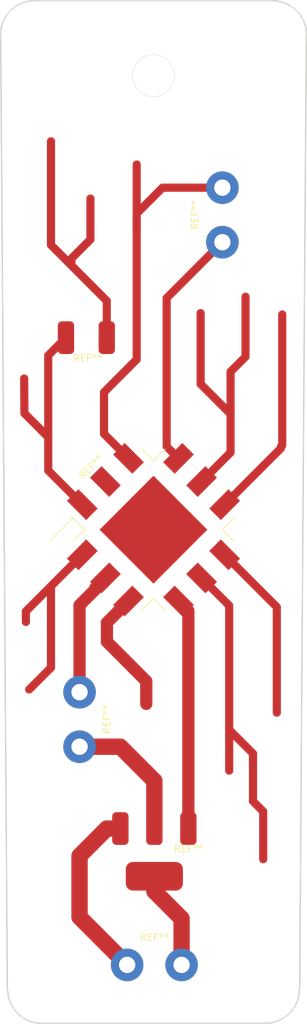
<source format=kicad_pcb>
(kicad_pcb (version 20171130) (host pcbnew 5.1.4+dfsg1-1)

  (general
    (thickness 0.4)
    (drawings 41)
    (tracks 76)
    (zones 0)
    (modules 6)
    (nets 1)
  )

  (page A4)
  (layers
    (0 F.Cu signal)
    (31 B.Cu signal)
    (33 F.Adhes user)
    (35 F.Paste user)
    (37 F.SilkS user)
    (39 F.Mask user)
    (40 Dwgs.User user)
    (41 Cmts.User user)
    (42 Eco1.User user)
    (43 Eco2.User user)
    (44 Edge.Cuts user)
    (45 Margin user)
    (46 B.CrtYd user)
    (47 F.CrtYd user)
    (49 F.Fab user)
  )

  (setup
    (last_trace_width 1.2)
    (user_trace_width 1.2)
    (user_trace_width 1.8)
    (user_trace_width 2.4)
    (trace_clearance 2.4)
    (zone_clearance 0.508)
    (zone_45_only no)
    (trace_min 0.8)
    (via_size 0.8)
    (via_drill 0.3)
    (via_min_size 0.4)
    (via_min_drill 0.3)
    (uvia_size 0.4)
    (uvia_drill 0.3)
    (uvias_allowed no)
    (uvia_min_size 0.4)
    (uvia_min_drill 0.3)
    (edge_width 0.05)
    (segment_width 0.2)
    (pcb_text_width 0.3)
    (pcb_text_size 1.5 1.5)
    (mod_edge_width 0.12)
    (mod_text_size 1 1)
    (mod_text_width 0.15)
    (pad_size 1.524 1.524)
    (pad_drill 0.762)
    (pad_to_mask_clearance 0.051)
    (solder_mask_min_width 0.25)
    (aux_axis_origin 0 0)
    (visible_elements FFFFFF7F)
    (pcbplotparams
      (layerselection 0x010fc_ffffffff)
      (usegerberextensions false)
      (usegerberattributes false)
      (usegerberadvancedattributes false)
      (creategerberjobfile false)
      (excludeedgelayer true)
      (linewidth 0.100000)
      (plotframeref false)
      (viasonmask false)
      (mode 1)
      (useauxorigin false)
      (hpglpennumber 1)
      (hpglpenspeed 20)
      (hpglpendiameter 15.000000)
      (psnegative false)
      (psa4output false)
      (plotreference true)
      (plotvalue true)
      (plotinvisibletext false)
      (padsonsilk false)
      (subtractmaskfromsilk false)
      (outputformat 1)
      (mirror false)
      (drillshape 1)
      (scaleselection 1)
      (outputdirectory ""))
  )

  (net 0 "")

  (net_class Default "This is the default net class."
    (clearance 2.4)
    (trace_width 1.2)
    (via_dia 0.8)
    (via_drill 0.3)
    (uvia_dia 0.4)
    (uvia_drill 0.3)
    (diff_pair_width 1.2)
    (diff_pair_gap 1.2)
  )

  (net_class medium ""
    (clearance 2.4)
    (trace_width 2)
    (via_dia 1)
    (via_drill 0.6)
    (uvia_dia 0.4)
    (uvia_drill 0.3)
    (diff_pair_width 1.2)
    (diff_pair_gap 1.2)
  )

  (net_class narrow ""
    (clearance 2.4)
    (trace_width 1.2)
    (via_dia 0.8)
    (via_drill 0.6)
    (uvia_dia 0.4)
    (uvia_drill 0.3)
    (diff_pair_width 1.2)
    (diff_pair_gap 1.2)
  )

  (net_class wide ""
    (clearance 3.6)
    (trace_width 2.4)
    (via_dia 1.2)
    (via_drill 0.6)
    (uvia_dia 0.4)
    (uvia_drill 0.3)
    (diff_pair_width 1.2)
    (diff_pair_gap 1.2)
  )

  (module p (layer F.Cu) (tedit 5E52E94B) (tstamp 5E536CAA)
    (at 36 155)
    (fp_text reference REF** (at 0 -4) (layer F.SilkS)
      (effects (font (size 1 1) (thickness 0.15)))
    )
    (fp_text value p (at 0 -4) (layer F.Fab)
      (effects (font (size 1 1) (thickness 0.15)))
    )
    (pad 1 thru_hole circle (at -4 0) (size 4.8 4.8) (drill 2.4) (layers *.Cu *.Mask))
    (pad 2 thru_hole circle (at 4 0) (size 4.8 4.8) (drill 2.4) (layers *.Cu *.Mask))
  )

  (module p (layer F.Cu) (tedit 5E52E94B) (tstamp 5E536CA4)
    (at 25 119 270)
    (fp_text reference REF** (at 0 -4 90) (layer F.SilkS)
      (effects (font (size 1 1) (thickness 0.15)))
    )
    (fp_text value p (at 0 -4 90) (layer F.Fab)
      (effects (font (size 1 1) (thickness 0.15)))
    )
    (pad 1 thru_hole circle (at -4 0 270) (size 4.8 4.8) (drill 2.4) (layers *.Cu *.Mask))
    (pad 2 thru_hole circle (at 4 0 270) (size 4.8 4.8) (drill 2.4) (layers *.Cu *.Mask))
  )

  (module p (layer F.Cu) (tedit 5E52E94B) (tstamp 5E536C9E)
    (at 46 45 90)
    (fp_text reference REF** (at 0 -4 90) (layer F.SilkS)
      (effects (font (size 1 1) (thickness 0.15)))
    )
    (fp_text value p (at 0 -4 90) (layer F.Fab)
      (effects (font (size 1 1) (thickness 0.15)))
    )
    (pad 1 thru_hole circle (at -4 0 90) (size 4.8 4.8) (drill 2.4) (layers *.Cu *.Mask))
    (pad 2 thru_hole circle (at 4 0 90) (size 4.8 4.8) (drill 2.4) (layers *.Cu *.Mask))
  )

  (module p (layer F.Cu) (tedit 5E52E645) (tstamp 5E5369FB)
    (at 36 137 180)
    (fp_text reference REF** (at -5 -1) (layer F.SilkS)
      (effects (font (size 1 1) (thickness 0.15)))
    )
    (fp_text value p (at 4 -1) (layer F.Fab)
      (effects (font (size 1 1) (thickness 0.15)))
    )
    (pad 1 smd roundrect (at -5 2 90) (size 4.8 2.4) (layers F.Cu F.Paste F.Mask) (roundrect_rratio 0.25))
    (pad 2 smd roundrect (at 0 2 90) (size 4.8 2.4) (layers F.Cu F.Paste F.Mask) (roundrect_rratio 0.25))
    (pad 3 smd roundrect (at 5 2 90) (size 4.8 2.4) (layers F.Cu F.Paste F.Mask) (roundrect_rratio 0.25))
    (pad 4 smd roundrect (at 0 -5 180) (size 8.4 4.2) (layers F.Cu F.Paste F.Mask) (roundrect_rratio 0.25))
  )

  (module p (layer F.Cu) (tedit 5E52E5A0) (tstamp 5E53691E)
    (at 26 63)
    (fp_text reference REF** (at 0.2 3) (layer F.SilkS)
      (effects (font (size 1 1) (thickness 0.15)))
    )
    (fp_text value p (at 0.2 -3) (layer F.Fab)
      (effects (font (size 1 1) (thickness 0.15)))
    )
    (pad 1 smd roundrect (at -3 0 270) (size 4.8 2.4) (layers F.Cu F.Paste F.Mask) (roundrect_rratio 0.25))
    (pad 2 smd roundrect (at 3 0 270) (size 4.8 2.4) (layers F.Cu F.Paste F.Mask) (roundrect_rratio 0.25))
  )

  (module QFP-12_14x14_Pitch4.8mm (layer F.Cu) (tedit 5E52E358) (tstamp 5E5361FC)
    (at 35.87 91.17 45)
    (attr smd)
    (fp_text reference REF** (at 0 -13 45) (layer F.SilkS)
      (effects (font (size 1 1) (thickness 0.15)))
    )
    (fp_text value QFP-12_14x14_Pitch4.8mm (at 0 13 45) (layer F.Fab)
      (effects (font (size 1 1) (thickness 0.15)))
    )
    (fp_poly (pts (xy -5.6 -5.6) (xy -5.6 -5.6) (xy -5.6 -5.6) (xy 5.6 -5.6)
      (xy 5.6 5.6) (xy -5.6 5.6)) (layer F.Cu) (width 0))
    (fp_line (start -13 13) (end -13 -13) (layer F.CrtYd) (width 0.05))
    (fp_line (start 13 13) (end -13 13) (layer F.CrtYd) (width 0.05))
    (fp_line (start 13 -13) (end 13 13) (layer F.CrtYd) (width 0.05))
    (fp_line (start -13 -13) (end 13 -13) (layer F.CrtYd) (width 0.05))
    (fp_line (start 7.15 7.15) (end 7.15 9.6) (layer F.SilkS) (width 0.12))
    (fp_line (start 9.6 7.15) (end 7.15 7.15) (layer F.SilkS) (width 0.12))
    (fp_line (start -7.15 7.15) (end -7.15 9.6) (layer F.SilkS) (width 0.12))
    (fp_line (start -9.6 7.15) (end -7.15 7.15) (layer F.SilkS) (width 0.12))
    (fp_line (start 7.15 -7.15) (end 7.15 -9.6) (layer F.SilkS) (width 0.12))
    (fp_line (start 9.6 -7.15) (end 7.15 -7.15) (layer F.SilkS) (width 0.12))
    (fp_line (start -7.15 -9.6) (end -12 -9.6) (layer F.SilkS) (width 0.12))
    (fp_line (start -7.15 -7.15) (end -7.15 -9.6) (layer F.SilkS) (width 0.12))
    (fp_line (start -9.6 -7.15) (end -7.15 -7.15) (layer F.SilkS) (width 0.12))
    (fp_line (start 7 -7) (end -6 -7) (layer F.Fab) (width 0.1))
    (fp_line (start 7 7) (end 7 -7) (layer F.Fab) (width 0.1))
    (fp_line (start -7 7) (end 7 7) (layer F.Fab) (width 0.1))
    (fp_line (start -7 -6) (end -7 7) (layer F.Fab) (width 0.1))
    (fp_line (start -6 -7) (end -7 -6) (layer F.Fab) (width 0.1))
    (pad 12 smd rect (at -4.8 -10 45) (size 2.4 4) (layers F.Cu F.Paste F.Mask))
    (pad 11 smd rect (at 0 -10 45) (size 2.4 4) (layers F.Cu F.Paste F.Mask))
    (pad 10 smd rect (at 4.8 -10 45) (size 2.4 4) (layers F.Cu F.Paste F.Mask))
    (pad 9 smd rect (at 10 -4.8 135) (size 2.4 4) (layers F.Cu F.Paste F.Mask))
    (pad 8 smd rect (at 10 0 135) (size 2.4 4) (layers F.Cu F.Paste F.Mask))
    (pad 7 smd rect (at 10 4.8 135) (size 2.4 4) (layers F.Cu F.Paste F.Mask))
    (pad 6 smd rect (at 4.8 10 45) (size 2.4 4) (layers F.Cu F.Paste F.Mask))
    (pad 5 smd rect (at 0 10 45) (size 2.4 4) (layers F.Cu F.Paste F.Mask))
    (pad 4 smd rect (at -4.8 10 45) (size 2.4 4) (layers F.Cu F.Paste F.Mask))
    (pad 3 smd rect (at -10 4.8 135) (size 2.4 4) (layers F.Cu F.Paste F.Mask))
    (pad 2 smd rect (at -10 0 135) (size 2.4 4) (layers F.Cu F.Paste F.Mask))
    (pad 1 smd rect (at -10 -4.8 135) (size 2.4 4) (layers F.Cu F.Paste F.Mask))
  )

  (gr_circle (center 35.87 24.57) (end 35.83 27.64) (layer Edge.Cuts) (width 0.05))
  (gr_line (start 56.66654 161.08357) (end 57.09169 160.12857) (layer Edge.Cuts) (width 0.2))
  (gr_line (start 18.8882 163.55657) (end 19.4208 163.55657) (layer Edge.Cuts) (width 0.2))
  (gr_line (start 54.37011 163.15157) (end 55.27535 162.62857) (layer Edge.Cuts) (width 0.2))
  (gr_line (start 19.4208 163.57357) (end 52.43155 163.57357) (layer Edge.Cuts) (width 0.2))
  (gr_line (start 13.6083 17.01849) (end 13.4044 17.97808) (layer Edge.Cuts) (width 0.2))
  (gr_line (start 14.0335 16.06356) (end 13.6083 17.01849) (layer Edge.Cuts) (width 0.2))
  (gr_line (start 14.6479 15.2179) (end 14.0335 16.06356) (layer Edge.Cuts) (width 0.2))
  (gr_line (start 54.92868 13.808281) (end 53.90625 13.590949) (layer Edge.Cuts) (width 0.2))
  (gr_line (start 57.09169 160.12857) (end 57.30902 159.10657) (layer Edge.Cuts) (width 0.2))
  (gr_line (start 57.428684 15.62464) (end 56.72927 14.84785) (layer Edge.Cuts) (width 0.2))
  (gr_line (start 57.30902 159.10657) (end 57.30902 158.57357) (layer Edge.Cuts) (width 0.2))
  (gr_line (start 57.3613 158.57357) (end 58.341557 18.16354) (layer Edge.Cuts) (width 0.2))
  (gr_line (start 14.4108 158.58357) (end 14.5201 159.62357) (layer Edge.Cuts) (width 0.2))
  (gr_line (start 56.05214 161.92957) (end 56.66654 161.08357) (layer Edge.Cuts) (width 0.2))
  (gr_line (start 19.4208 163.55657) (end 19.4208 163.57357) (layer Edge.Cuts) (width 0.2))
  (gr_line (start 14.4119 158.57357) (end 14.4108 158.58357) (layer Edge.Cuts) (width 0.2))
  (gr_line (start 14.8431 160.61757) (end 15.3657 161.52257) (layer Edge.Cuts) (width 0.2))
  (gr_line (start 53.3736 13.590949) (end 53.3736 13.57357) (layer Edge.Cuts) (width 0.2))
  (gr_line (start 53.37598 163.47457) (end 54.37011 163.15157) (layer Edge.Cuts) (width 0.2))
  (gr_line (start 52.43155 163.57357) (end 53.37598 163.47457) (layer Edge.Cuts) (width 0.2))
  (gr_line (start 15.3657 161.52257) (end 16.0651 162.29957) (layer Edge.Cuts) (width 0.2))
  (gr_line (start 55.27535 162.62857) (end 56.05214 161.92957) (layer Edge.Cuts) (width 0.2))
  (gr_line (start 14.5201 159.62357) (end 14.8431 160.61757) (layer Edge.Cuts) (width 0.2))
  (gr_line (start 56.72927 14.84785) (end 55.88361 14.233436) (layer Edge.Cuts) (width 0.2))
  (gr_line (start 53.90625 13.590949) (end 53.3736 13.590949) (layer Edge.Cuts) (width 0.2))
  (gr_line (start 16.0651 162.29957) (end 16.9108 162.91357) (layer Edge.Cuts) (width 0.2))
  (gr_line (start 57.951328 16.52988) (end 57.428684 15.62464) (layer Edge.Cuts) (width 0.2))
  (gr_line (start 18.2685 13.57357) (end 17.3241 13.672828) (layer Edge.Cuts) (width 0.2))
  (gr_line (start 58.341557 18.16354) (end 58.274342 17.52401) (layer Edge.Cuts) (width 0.2))
  (gr_line (start 14.3859 158.57357) (end 14.4119 158.57357) (layer Edge.Cuts) (width 0.2))
  (gr_line (start 16.9108 162.91357) (end 17.8657 163.33857) (layer Edge.Cuts) (width 0.2))
  (gr_line (start 57.30902 158.57357) (end 57.3613 158.57357) (layer Edge.Cuts) (width 0.2))
  (gr_line (start 53.3736 13.57357) (end 18.2685 13.57357) (layer Edge.Cuts) (width 0.2))
  (gr_line (start 58.274342 17.52401) (end 57.951328 16.52988) (layer Edge.Cuts) (width 0.2))
  (gr_line (start 13.4044 17.97808) (end 14.3859 158.57357) (layer Edge.Cuts) (width 0.2))
  (gr_line (start 55.88361 14.233436) (end 54.92868 13.808281) (layer Edge.Cuts) (width 0.2))
  (gr_line (start 17.8657 163.33857) (end 18.8882 163.55657) (layer Edge.Cuts) (width 0.2))
  (gr_line (start 15.4247 14.518486) (end 14.6479 15.2179) (layer Edge.Cuts) (width 0.2))
  (gr_line (start 16.3299 13.995842) (end 15.4247 14.518486) (layer Edge.Cuts) (width 0.2))
  (gr_line (start 17.3241 13.672828) (end 16.3299 13.995842) (layer Edge.Cuts) (width 0.2))

  (segment (start 25 148) (end 32 155) (width 2.4) (layer F.Cu) (net 0))
  (segment (start 25 139) (end 25 148) (width 2.4) (layer F.Cu) (net 0))
  (segment (start 31 135) (end 29 135) (width 2.4) (layer F.Cu) (net 0))
  (segment (start 29 135) (end 25 139) (width 2.4) (layer F.Cu) (net 0))
  (segment (start 40 155) (end 40 151) (width 2.4) (layer F.Cu) (net 0))
  (segment (start 40 148.2) (end 40 151) (width 2.4) (layer F.Cu) (net 0))
  (segment (start 36 144.2) (end 40 148.2) (width 2.4) (layer F.Cu) (net 0))
  (segment (start 36 142) (end 36 144.2) (width 2.4) (layer F.Cu) (net 0))
  (segment (start 31 123) (end 25 123) (width 2.4) (layer F.Cu) (net 0))
  (segment (start 36 135) (end 36 128) (width 2.4) (layer F.Cu) (net 0))
  (segment (start 36 128) (end 31 123) (width 2.4) (layer F.Cu) (net 0))
  (segment (start 32.193045 101.63518) (end 29.02 104.808225) (width 1.8) (layer F.Cu) (net 0))
  (segment (start 29.02 104.808225) (end 29.02 107.59) (width 1.8) (layer F.Cu) (net 0))
  (segment (start 29.02 107.59) (end 34.81 113.38) (width 1.8) (layer F.Cu) (net 0))
  (segment (start 34.81 113.38) (end 34.81 116.71) (width 1.8) (layer F.Cu) (net 0))
  (segment (start 27.314009 99.725991) (end 27.314009 99.925991) (width 1.8) (layer F.Cu) (net 0))
  (segment (start 28.798932 98.241068) (end 27.314009 99.725991) (width 1.8) (layer F.Cu) (net 0))
  (segment (start 25 102.24) (end 25 115) (width 1.8) (layer F.Cu) (net 0))
  (segment (start 27.314009 99.925991) (end 25 102.24) (width 1.8) (layer F.Cu) (net 0))
  (segment (start 41 103.088225) (end 39.546955 101.63518) (width 1.8) (layer F.Cu) (net 0))
  (segment (start 41 135) (end 41 103.088225) (width 1.8) (layer F.Cu) (net 0))
  (segment (start 47 102.3) (end 42.941068 98.241068) (width 1.2) (layer F.Cu) (net 0))
  (segment (start 47 120) (end 47 102.3) (width 1.2) (layer F.Cu) (net 0))
  (segment (start 47 120) (end 47 120.5) (width 1.2) (layer F.Cu) (net 0))
  (segment (start 47 126.5) (end 47 120) (width 1.2) (layer F.Cu) (net 0))
  (segment (start 47 120.5) (end 50.5 124) (width 1.2) (layer F.Cu) (net 0))
  (segment (start 50.5 131) (end 52 132.5) (width 1.2) (layer F.Cu) (net 0))
  (segment (start 50.5 124) (end 50.5 131) (width 1.2) (layer F.Cu) (net 0))
  (segment (start 52 132.5) (end 52 139.5) (width 1.2) (layer F.Cu) (net 0))
  (segment (start 25.40482 94.846955) (end 20.8 99.451775) (width 1.2) (layer F.Cu) (net 0))
  (segment (start 20.8 99.451775) (end 20.8 111.2) (width 1.2) (layer F.Cu) (net 0))
  (segment (start 20.8 111.2) (end 20.8 111.4) (width 1.2) (layer F.Cu) (net 0))
  (segment (start 20.8 111.4) (end 17.6 114.6) (width 1.2) (layer F.Cu) (net 0))
  (segment (start 25.40482 94.846955) (end 17.110585 103.14119) (width 1.2) (layer F.Cu) (net 0))
  (segment (start 17.110585 103.14119) (end 17.110585 104.689415) (width 1.2) (layer F.Cu) (net 0))
  (segment (start 17.109824 104.690176) (end 17.110585 104.689415) (width 1.2) (layer F.Cu) (net 0))
  (segment (start 17.109823 104.690176) (end 17.109824 104.690176) (width 1.2) (layer F.Cu) (net 0))
  (segment (start 20.4 65.6) (end 23 63) (width 1.2) (layer F.Cu) (net 0))
  (segment (start 25.40482 87.493045) (end 20.4 82.488225) (width 1.2) (layer F.Cu) (net 0))
  (segment (start 20.4 78.2) (end 20.4 65.6) (width 1.2) (layer F.Cu) (net 0))
  (segment (start 20.4 82.488225) (end 20.4 78.2) (width 1.2) (layer F.Cu) (net 0))
  (segment (start 20.4 77.6) (end 16.896247 74.096247) (width 1.2) (layer F.Cu) (net 0))
  (segment (start 20.4 78.2) (end 20.4 77.6) (width 1.2) (layer F.Cu) (net 0))
  (segment (start 16.896247 74.096247) (end 16.860628 68.993991) (width 1.2) (layer F.Cu) (net 0))
  (segment (start 29 63) (end 29 57.6) (width 1.2) (layer F.Cu) (net 0))
  (segment (start 20.8 49.4) (end 20.8 34.2) (width 1.2) (layer F.Cu) (net 0))
  (segment (start 23.8 52.4) (end 23.8 51.4) (width 1.2) (layer F.Cu) (net 0))
  (segment (start 23.8 52.4) (end 20.8 49.4) (width 1.2) (layer F.Cu) (net 0))
  (segment (start 29 57.6) (end 23.8 52.4) (width 1.2) (layer F.Cu) (net 0))
  (segment (start 23.8 51.4) (end 26.6 48.6) (width 1.2) (layer F.Cu) (net 0))
  (segment (start 26.6 48.6) (end 26.6 42.6) (width 1.2) (layer F.Cu) (net 0))
  (segment (start 32.193045 80.70482) (end 28.6 77.111775) (width 1.2) (layer F.Cu) (net 0))
  (segment (start 28.6 77.111775) (end 28.6 71.8) (width 1.2) (layer F.Cu) (net 0))
  (segment (start 28.6 71.8) (end 28.6 71) (width 1.2) (layer F.Cu) (net 0))
  (segment (start 28.6 71) (end 33.4 66.2) (width 1.2) (layer F.Cu) (net 0))
  (segment (start 33.4 47.8) (end 33.4 44.8) (width 1.2) (layer F.Cu) (net 0))
  (segment (start 33.4 47.8) (end 33.4 37.6) (width 1.2) (layer F.Cu) (net 0))
  (segment (start 33.4 66.2) (end 33.4 47.8) (width 1.2) (layer F.Cu) (net 0))
  (segment (start 37.2 41) (end 46 41) (width 1.2) (layer F.Cu) (net 0))
  (segment (start 33.4 44.8) (end 37.2 41) (width 1.2) (layer F.Cu) (net 0))
  (segment (start 42.941068 84.098932) (end 47.2 79.84) (width 1.2) (layer F.Cu) (net 0))
  (segment (start 47.2 79.84) (end 47.2 74.2) (width 1.2) (layer F.Cu) (net 0))
  (segment (start 47.2 74.2) (end 42.8 69.8) (width 1.2) (layer F.Cu) (net 0))
  (segment (start 42.8 69.8) (end 42.8 59.4) (width 1.2) (layer F.Cu) (net 0))
  (segment (start 46.33518 87.493045) (end 54.6 79.228225) (width 1.2) (layer F.Cu) (net 0))
  (segment (start 54.6 79) (end 54.8 78.8) (width 1.2) (layer F.Cu) (net 0))
  (segment (start 54.6 79.228225) (end 54.6 79) (width 1.2) (layer F.Cu) (net 0))
  (segment (start 54.8 78.8) (end 54.8 59.6) (width 1.2) (layer F.Cu) (net 0))
  (segment (start 47.2 74.2) (end 47.2 68) (width 1.2) (layer F.Cu) (net 0))
  (segment (start 47.2 68) (end 49.4 65.8) (width 1.2) (layer F.Cu) (net 0))
  (segment (start 49.4 65.8) (end 49.4 57) (width 1.2) (layer F.Cu) (net 0))
  (segment (start 46.33518 94.846955) (end 54 102.511775) (width 1.2) (layer F.Cu) (net 0))
  (segment (start 54 102.511775) (end 54 118) (width 1.2) (layer F.Cu) (net 0))
  (segment (start 37.805888 78.963753) (end 39.546955 80.70482) (width 1.2) (layer F.Cu) (net 0))
  (segment (start 37.805888 57.194112) (end 37.805888 78.963753) (width 1.2) (layer F.Cu) (net 0))
  (segment (start 46 49) (end 37.805888 57.194112) (width 1.2) (layer F.Cu) (net 0))

)

</source>
